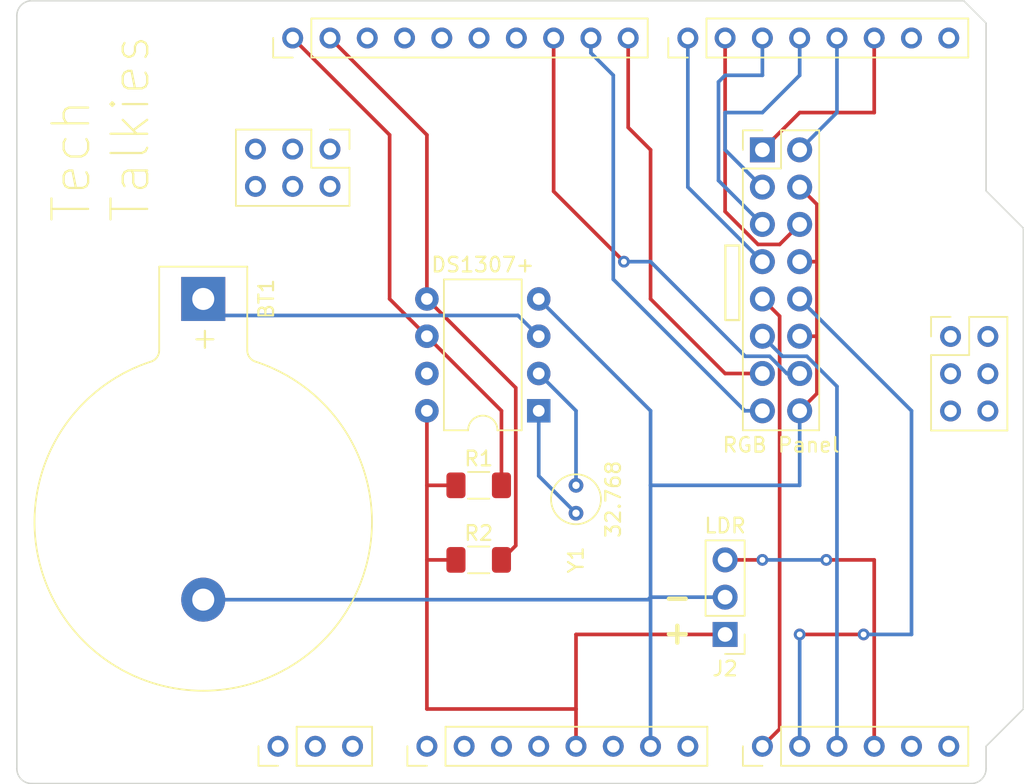
<source format=kicad_pcb>
(kicad_pcb (version 20240108) (generator "pcbnew") (generator_version "8.0")
  (title_block (title "Arduino UNO R4 Shield Template PCB") (date "2023-07-13") (rev "1.0") (company "MStackoverflow"))
  (layers (0 "F.Cu" signal) (31 "B.Cu" signal) (34 "B.Paste" user) (35 "F.Paste" user) (36 "B.SilkS" user "B.Silkscreen") (37 "F.SilkS" user "F.Silkscreen") (38 "B.Mask" user) (39 "F.Mask" user) (44 "Edge.Cuts" user))
  (net 0 "")
  (net 1 "Net-(BT1-+)")
  (net 30 "Net-(U8-X1)")
  (net 31 "Net-(U8-X2)")
  (net 35 "GND")
  (net 36 "Net-(J1-R1)")
  (net 37 "Net-(J1-Pin_2)")
  (net 38 "Net-(J1-Pin_3)")
  (net 39 "Net-(J1-Pin_5)")
  (net 40 "Net-(J1-Pin_12)")
  (net 41 "Net-(J1-Pin_7)")
  (net 42 "Net-(J1-Pin_9)")
  (net 43 "Net-(J1-Pin_10)")
  (net 44 "Net-(J1-Pin_11)")
  (net 45 "Net-(J1-Pin_13)")
  (net 46 "Net-(J1-Pin_14)")
  (net 47 "Net-(J1-Pin_15)")
  (net 48 "Net-(J2-Pin_1)")
  (net 49 "Net-(J2-Pin_3)")
  (net 50 "Net-(U6-SCL)")
  (net 51 "Net-(U6-SDA)")
  (footprint "ArduinoPinSockets:Arduino_PinSocket_1x03_P2.54mm_Vertical" (layer "F.Cu") (at 124.47499 116.84001 90)
    (property "Reference" "U1" (hide yes))
    (property "Value" "OFF" (hide yes))
    (fp_line (start -1.33 -1.33) (end 0 -1.33) (stroke (width 0.12)) (layer "F.SilkS"))
    (fp_line (start -1.33 0) (end -1.33 -1.33) (stroke (width 0.12)) (layer "F.SilkS"))
    (fp_line (start 1.33 1.27) (end 1.33 6.41) (stroke (width 0.12)) (layer "F.SilkS"))
    (fp_line (start -1.33 1.27) (end 1.33 1.27) (stroke (width 0.12)) (layer "F.SilkS"))
    (fp_line (start -1.33 1.27) (end -1.33 6.41) (stroke (width 0.12)) (layer "F.SilkS"))
    (fp_line (start -1.33 6.41) (end 1.33 6.41) (stroke (width 0.12)) (layer "F.SilkS"))
    (pad "1" thru_hole circle (at 0 0 90) (size 1.422 1.422) (drill 0.85) (layers "*.Cu" "*.Mask"))
    (pad "2" thru_hole circle (at 0 2.54 90) (size 1.422 1.422) (drill 0.85) (layers "*.Cu" "*.Mask"))
    (pad "3" thru_hole circle (at 0 5.08 90) (size 1.422 1.422) (drill 0.85) (layers "*.Cu" "*.Mask"))
  )
  (footprint "ArduinoPinSockets:Arduino_PinSocket_2x03_P2.54mm_Vertical" (layer "F.Cu") (at 170.30199 88.91501)
    (property "Reference" "U5" (hide yes))
    (property "Value" "ICSP" (hide yes))
    (fp_line (start -1.33 -1.33) (end 0 -1.33) (stroke (width 0.12)) (layer "F.SilkS"))
    (fp_line (start -1.33 0) (end -1.33 -1.33) (stroke (width 0.12)) (layer "F.SilkS"))
    (fp_line (start -1.33 1.27) (end -1.33 6.41) (stroke (width 0.12)) (layer "F.SilkS"))
    (fp_line (start -1.33 1.27) (end 1.27 1.27) (stroke (width 0.12)) (layer "F.SilkS"))
    (fp_line (start -1.33 6.41) (end 3.87 6.41) (stroke (width 0.12)) (layer "F.SilkS"))
    (fp_line (start 1.27 -1.33) (end 3.87 -1.33) (stroke (width 0.12)) (layer "F.SilkS"))
    (fp_line (start 1.27 1.27) (end 1.27 -1.33) (stroke (width 0.12)) (layer "F.SilkS"))
    (fp_line (start 3.87 -1.33) (end 3.87 6.41) (stroke (width 0.12)) (layer "F.SilkS"))
    (pad "1" thru_hole circle (at 0 0) (size 1.422 1.422) (drill 0.85) (layers "*.Cu" "*.Mask"))
    (pad "2" thru_hole circle (at 2.54 0) (size 1.422 1.422) (drill 0.85) (layers "*.Cu" "*.Mask"))
    (pad "3" thru_hole circle (at 0 2.54) (size 1.422 1.422) (drill 0.85) (layers "*.Cu" "*.Mask"))
    (pad "4" thru_hole circle (at 2.54 2.54) (size 1.422 1.422) (drill 0.85) (layers "*.Cu" "*.Mask"))
    (pad "5" thru_hole circle (at 0 5.08) (size 1.422 1.422) (drill 0.85) (layers "*.Cu" "*.Mask"))
    (pad "6" thru_hole circle (at 2.54 5.08) (size 1.422 1.422) (drill 0.85) (layers "*.Cu" "*.Mask"))
  )
  (footprint "Connector_PinHeader_2.54mm:PinHeader_2x08_P2.54mm_Vertical" (layer "F.Cu") (at 157.48 76.2)
    (property "Reference" "J1")
    (property "Value" "RGB Panel" (at 1.27 20.11 0) (layer "F.SilkS"))
    (fp_line (start -1.33 -1.33) (end 0 -1.33) (stroke (width 0.12)) (layer "F.SilkS"))
    (fp_line (start -1.33 0) (end -1.33 -1.33) (stroke (width 0.12)) (layer "F.SilkS"))
    (fp_line (start -1.33 1.27) (end -1.33 19.11) (stroke (width 0.12)) (layer "F.SilkS"))
    (fp_line (start -1.33 1.27) (end 1.27 1.27) (stroke (width 0.12)) (layer "F.SilkS"))
    (fp_line (start -1.33 19.11) (end 3.87 19.11) (stroke (width 0.12)) (layer "F.SilkS"))
    (fp_line (start 1.27 -1.33) (end 3.87 -1.33) (stroke (width 0.12)) (layer "F.SilkS"))
    (fp_line (start 1.27 1.27) (end 1.27 -1.33) (stroke (width 0.12)) (layer "F.SilkS"))
    (fp_line (start 3.87 -1.33) (end 3.87 19.11) (stroke (width 0.12)) (layer "F.SilkS"))
    (pad "1" thru_hole rect (at 0 0) (size 1.7 1.7) (drill 1) (layers "*.Cu" "*.Mask") (net 36 "Net-(J1-R1)"))
    (pad "2" thru_hole oval (at 2.54 0) (size 1.7 1.7) (drill 1) (layers "*.Cu" "*.Mask") (net 37 "Net-(J1-Pin_2)"))
    (pad "3" thru_hole oval (at 0 2.54) (size 1.7 1.7) (drill 1) (layers "*.Cu" "*.Mask") (net 38 "Net-(J1-Pin_3)"))
    (pad "4" thru_hole oval (at 2.54 2.54) (size 1.7 1.7) (drill 1) (layers "*.Cu" "*.Mask") (net 35 "GND"))
    (pad "5" thru_hole oval (at 0 5.08) (size 1.7 1.7) (drill 1) (layers "*.Cu" "*.Mask") (net 39 "Net-(J1-Pin_5)"))
    (pad "6" thru_hole oval (at 2.54 5.08) (size 1.7 1.7) (drill 1) (layers "*.Cu" "*.Mask") (net 40 "Net-(J1-Pin_12)"))
    (pad "7" thru_hole oval (at 0 7.62) (size 1.7 1.7) (drill 1) (layers "*.Cu" "*.Mask") (net 41 "Net-(J1-Pin_7)"))
    (pad "8" thru_hole oval (at 2.54 7.62) (size 1.7 1.7) (drill 1) (layers "*.Cu" "*.Mask") (net 35 "GND"))
    (pad "9" thru_hole oval (at 0 10.16) (size 1.7 1.7) (drill 1) (layers "*.Cu" "*.Mask") (net 42 "Net-(J1-Pin_9)"))
    (pad "10" thru_hole oval (at 2.54 10.16) (size 1.7 1.7) (drill 1) (layers "*.Cu" "*.Mask") (net 43 "Net-(J1-Pin_10)"))
    (pad "11" thru_hole oval (at 0 12.7) (size 1.7 1.7) (drill 1) (layers "*.Cu" "*.Mask") (net 44 "Net-(J1-Pin_11)"))
    (pad "12" thru_hole oval (at 2.54 12.7) (size 1.7 1.7) (drill 1) (layers "*.Cu" "*.Mask") (net 40 "Net-(J1-Pin_12)"))
    (pad "13" thru_hole oval (at 0 15.24) (size 1.7 1.7) (drill 1) (layers "*.Cu" "*.Mask") (net 45 "Net-(J1-Pin_13)"))
    (pad "14" thru_hole oval (at 2.54 15.24) (size 1.7 1.7) (drill 1) (layers "*.Cu" "*.Mask") (net 46 "Net-(J1-Pin_14)"))
    (pad "15" thru_hole oval (at 0 17.78) (size 1.7 1.7) (drill 1) (layers "*.Cu" "*.Mask") (net 47 "Net-(J1-Pin_15)"))
    (pad "16" thru_hole oval (at 2.54 17.78) (size 1.7 1.7) (drill 1) (layers "*.Cu" "*.Mask") (net 35 "GND"))
  )
  (footprint "Connector_PinHeader_2.54mm:PinHeader_1x03_P2.54mm_Vertical" (layer "F.Cu") (at 154.94 109.22 180)
    (property "Reference" "J2" (at 0 -2.33 0) (layer "F.SilkS"))
    (property "Value" "LDR" (at 0 7.41 0) (layer "F.SilkS"))
    (fp_line (start 1.33 1.27) (end 1.33 6.41) (stroke (width 0.12)) (layer "F.SilkS"))
    (fp_line (start -1.33 6.41) (end 1.33 6.41) (stroke (width 0.12)) (layer "F.SilkS"))
    (fp_line (start -1.33 1.27) (end 1.33 1.27) (stroke (width 0.12)) (layer "F.SilkS"))
    (fp_line (start -1.33 1.27) (end -1.33 6.41) (stroke (width 0.12)) (layer "F.SilkS"))
    (fp_line (start -1.33 0) (end -1.33 -1.33) (stroke (width 0.12)) (layer "F.SilkS"))
    (fp_line (start -1.33 -1.33) (end 0 -1.33) (stroke (width 0.12)) (layer "F.SilkS"))
    (pad "1" thru_hole rect (at 0 0 180) (size 1.7 1.7) (drill 1) (layers "*.Cu" "*.Mask") (net 48 "Net-(J2-Pin_1)"))
    (pad "2" thru_hole oval (at 0 2.54 180) (size 1.7 1.7) (drill 1) (layers "*.Cu" "*.Mask") (net 35 "GND"))
    (pad "3" thru_hole oval (at 0 5.08 180) (size 1.7 1.7) (drill 1) (layers "*.Cu" "*.Mask") (net 49 "Net-(J2-Pin_3)"))
  )
  (footprint "Resistor_SMD:R_1206_3216Metric_Pad1.30x1.75mm_HandSolder" (layer "F.Cu") (at 138.15 104.14)
    (property "Reference" "R2" (at 0 -1.82 0) (layer "F.SilkS"))
    (property "Value" "10k")
    (fp_line (start -0.727064 -0.91) (end 0.727064 -0.91) (stroke (width 0.12)) (layer "F.SilkS"))
    (fp_line (start -0.727064 0.91) (end 0.727064 0.91) (stroke (width 0.12)) (layer "F.SilkS"))
    (pad "1" smd roundrect (at -1.55 0) (size 1.3 1.75) (layers "F.Cu" "F.Paste" "F.Mask") (roundrect_rratio 0.1923076923) (net 48 "Net-(J2-Pin_1)"))
    (pad "2" smd roundrect (at 1.55 0) (size 1.3 1.75) (layers "F.Cu" "F.Paste" "F.Mask") (roundrect_rratio 0.1923076923) (net 51 "Net-(U6-SDA)"))
  )
  (footprint "Package_DIP:DIP-8_W7.62mm" (layer "F.Cu") (at 142.24 93.98 180)
    (property "Reference" "U8" (hide yes))
    (property "Value" "DS1307+" (at 3.81 9.95 0) (layer "F.SilkS"))
    (fp_line (start 6.46 8.95) (end 6.46 -1.33) (stroke (width 0.12)) (layer "F.SilkS"))
    (fp_line (start 6.46 -1.33) (end 4.81 -1.33) (stroke (width 0.12)) (layer "F.SilkS"))
    (fp_line (start 2.81 -1.33) (end 1.16 -1.33) (stroke (width 0.12)) (layer "F.SilkS"))
    (fp_line (start 1.16 8.95) (end 6.46 8.95) (stroke (width 0.12)) (layer "F.SilkS"))
    (fp_line (start 1.16 -1.33) (end 1.16 8.95) (stroke (width 0.12)) (layer "F.SilkS"))
    (fp_arc (start 4.81 -1.33) (mid 3.81 -0.33) (end 2.81 -1.33) (stroke (width 0.12)) (layer "F.SilkS"))
    (pad "1" thru_hole rect (at 0 0 180) (size 1.6 1.6) (drill 0.8) (layers "*.Cu" "*.Mask") (net 30 "Net-(U8-X1)"))
    (pad "2" thru_hole oval (at 0 2.54 180) (size 1.6 1.6) (drill 0.8) (layers "*.Cu" "*.Mask") (net 31 "Net-(U8-X2)"))
    (pad "3" thru_hole oval (at 0 5.08 180) (size 1.6 1.6) (drill 0.8) (layers "*.Cu" "*.Mask") (net 1 "Net-(BT1-+)"))
    (pad "4" thru_hole oval (at 0 7.62 180) (size 1.6 1.6) (drill 0.8) (layers "*.Cu" "*.Mask") (net 35 "GND"))
    (pad "5" thru_hole oval (at 7.62 7.62 180) (size 1.6 1.6) (drill 0.8) (layers "*.Cu" "*.Mask") (net 51 "Net-(U6-SDA)"))
    (pad "6" thru_hole oval (at 7.62 5.08 180) (size 1.6 1.6) (drill 0.8) (layers "*.Cu" "*.Mask") (net 50 "Net-(U6-SCL)"))
    (pad "7" thru_hole oval (at 7.62 2.54 180) (size 1.6 1.6) (drill 0.8) (layers "*.Cu" "*.Mask"))
    (pad "8" thru_hole oval (at 7.62 0 180) (size 1.6 1.6) (drill 0.8) (layers "*.Cu" "*.Mask") (net 48 "Net-(J2-Pin_1)"))
  )
  (footprint "Crystal:Crystal_C38-LF_D3.0mm_L8.0mm_Vertical" (layer "F.Cu") (at 144.78 99.06 -90)
    (property "Reference" "Y1" (at 5.08 0 90) (layer "F.SilkS"))
    (property "Value" "32.768" (at 0.95 -2.54 90) (layer "F.SilkS"))
    (fp_arc (start -0.75 0) (mid 0.95 -1.7) (end 2.65 0) (stroke (width 0.12)) (layer "F.SilkS"))
    (fp_arc (start 2.65 0) (mid 0.95 1.7) (end -0.75 0) (stroke (width 0.12)) (layer "F.SilkS"))
    (pad "1" thru_hole circle (at 0 0 270) (size 1 1) (drill 0.5) (layers "*.Cu" "*.Mask") (net 31 "Net-(U8-X2)"))
    (pad "2" thru_hole circle (at 1.9 0 270) (size 1 1) (drill 0.5) (layers "*.Cu" "*.Mask") (net 30 "Net-(U8-X1)"))
  )
  (footprint "Resistor_SMD:R_1206_3216Metric_Pad1.30x1.75mm_HandSolder" (layer "F.Cu") (at 138.15 99.06)
    (property "Reference" "R1" (at 0 -1.82 0) (layer "F.SilkS"))
    (property "Value" "10k")
    (fp_line (start -0.727064 -0.91) (end 0.727064 -0.91) (stroke (width 0.12)) (layer "F.SilkS"))
    (fp_line (start -0.727064 0.91) (end 0.727064 0.91) (stroke (width 0.12)) (layer "F.SilkS"))
    (pad "1" smd roundrect (at -1.55 0) (size 1.3 1.75) (layers "F.Cu" "F.Paste" "F.Mask") (roundrect_rratio 0.1923076923) (net 48 "Net-(J2-Pin_1)"))
    (pad "2" smd roundrect (at 1.55 0) (size 1.3 1.75) (layers "F.Cu" "F.Paste" "F.Mask") (roundrect_rratio 0.1923076923) (net 50 "Net-(U6-SCL)"))
  )
  (footprint "ArduinoMountingHoles:Arduino_MountingHole" (layer "F.Cu") (at 172.72 83.82001)
    (property "Reference" "H1" (hide yes))
    (property "Value" "MountingHole1" (hide yes))
    (pad "" np_thru_hole circle (at 0 0) (size 3.19989 3.19989) (drill 3.19989) (layers "F&B.Cu" "*.Mask"))
  )
  (footprint "ArduinoPinSockets:Arduino_PinSocket_1x08_P2.54mm_Vertical" (layer "F.Cu") (at 152.39999 68.58001 90)
    (property "Reference" "U7" (hide yes))
    (property "Value" "Digital_2" (hide yes))
    (fp_line (start -1.33 -1.33) (end 0 -1.33) (stroke (width 0.12)) (layer "F.SilkS"))
    (fp_line (start -1.33 0) (end -1.33 -1.33) (stroke (width 0.12)) (layer "F.SilkS"))
    (fp_line (start 1.33 1.27) (end 1.33 19.11) (stroke (width 0.12)) (layer "F.SilkS"))
    (fp_line (start -1.33 1.27) (end 1.33 1.27) (stroke (width 0.12)) (layer "F.SilkS"))
    (fp_line (start -1.33 1.27) (end -1.33 19.11) (stroke (width 0.12)) (layer "F.SilkS"))
    (fp_line (start -1.33 19.11) (end 1.33 19.11) (stroke (width 0.12)) (layer "F.SilkS"))
    (pad "11" thru_hole circle (at 0 0 90) (size 1.422 1.422) (drill 0.85) (layers "*.Cu" "*.Mask") (net 41 "Net-(J1-Pin_7)"))
    (pad "12" thru_hole circle (at 0 2.54 90) (size 1.422 1.422) (drill 0.85) (layers "*.Cu" "*.Mask") (net 40 "Net-(J1-Pin_12)"))
    (pad "13" thru_hole circle (at 0 5.08 90) (size 1.422 1.422) (drill 0.85) (layers "*.Cu" "*.Mask") (net 39 "Net-(J1-Pin_5)"))
    (pad "14" thru_hole circle (at 0 7.62 90) (size 1.422 1.422) (drill 0.85) (layers "*.Cu" "*.Mask") (net 38 "Net-(J1-Pin_3)"))
    (pad "15" thru_hole circle (at 0 10.16 90) (size 1.422 1.422) (drill 0.85) (layers "*.Cu" "*.Mask") (net 37 "Net-(J1-Pin_2)"))
    (pad "16" thru_hole circle (at 0 12.7 90) (size 1.422 1.422) (drill 0.85) (layers "*.Cu" "*.Mask") (net 36 "Net-(J1-R1)"))
    (pad "17" thru_hole circle (at 0 15.24 90) (size 1.422 1.422) (drill 0.85) (layers "*.Cu" "*.Mask"))
    (pad "18" thru_hole circle (at 0 17.78 90) (size 1.422 1.422) (drill 0.85) (layers "*.Cu" "*.Mask"))
  )
  (footprint "ArduinoPinSockets:Arduino_PinSocket_1x10_P2.54mm_Vertical" (layer "F.Cu") (at 125.476 68.58 90)
    (property "Reference" "U6" (hide yes))
    (property "Value" "Digital_1" (hide yes))
    (fp_line (start -1.33 -1.33) (end 0 -1.33) (stroke (width 0.12)) (layer "F.SilkS"))
    (fp_line (start -1.33 0) (end -1.33 -1.33) (stroke (width 0.12)) (layer "F.SilkS"))
    (fp_line (start 1.33 1.27) (end 1.33 24.19) (stroke (width 0.12)) (layer "F.SilkS"))
    (fp_line (start -1.33 1.27) (end 1.33 1.27) (stroke (width 0.12)) (layer "F.SilkS"))
    (fp_line (start -1.33 1.27) (end -1.33 24.19) (stroke (width 0.12)) (layer "F.SilkS"))
    (fp_line (start -1.33 24.19) (end 1.33 24.19) (stroke (width 0.12)) (layer "F.SilkS"))
    (pad "1" thru_hole circle (at 0 0 90) (size 1.422 1.422) (drill 0.85) (layers "*.Cu" "*.Mask") (net 50 "Net-(U6-SCL)"))
    (pad "2" thru_hole circle (at 0 2.54 90) (size 1.422 1.422) (drill 0.85) (layers "*.Cu" "*.Mask") (net 51 "Net-(U6-SDA)"))
    (pad "3" thru_hole circle (at 0 5.08 90) (size 1.422 1.422) (drill 0.85) (layers "*.Cu" "*.Mask"))
    (pad "4" thru_hole circle (at 0 7.62 90) (size 1.422 1.422) (drill 0.85) (layers "*.Cu" "*.Mask"))
    (pad "5" thru_hole circle (at 0 10.16 90) (size 1.422 1.422) (drill 0.85) (layers "*.Cu" "*.Mask"))
    (pad "6" thru_hole circle (at 0 12.7 90) (size 1.422 1.422) (drill 0.85) (layers "*.Cu" "*.Mask"))
    (pad "7" thru_hole circle (at 0 15.24 90) (size 1.422 1.422) (drill 0.85) (layers "*.Cu" "*.Mask"))
    (pad "8" thru_hole circle (at 0 17.78 90) (size 1.422 1.422) (drill 0.85) (layers "*.Cu" "*.Mask") (net 46 "Net-(J1-Pin_14)"))
    (pad "9" thru_hole circle (at 0 20.32 90) (size 1.422 1.422) (drill 0.85) (layers "*.Cu" "*.Mask") (net 47 "Net-(J1-Pin_15)"))
    (pad "10" thru_hole circle (at 0 22.86 90) (size 1.422 1.422) (drill 0.85) (layers "*.Cu" "*.Mask") (net 45 "Net-(J1-Pin_13)"))
  )
  (footprint "ArduinoMountingHoles:Arduino_MountingHole" (layer "F.Cu") (at 120.65 116.84)
    (property "Reference" "H4" (hide yes))
    (property "Value" "MountingHole4" (hide yes))
    (pad "" np_thru_hole circle (at 0 0) (size 3.19989 3.19989) (drill 3.19989) (layers "F&B.Cu" "*.Mask"))
  )
  (footprint "ArduinoPinSockets:Arduino_PinSocket_1x06_P2.54mm_Vertical" (layer "F.Cu") (at 157.48 116.84 90)
    (property "Reference" "U3" (hide yes))
    (property "Value" "Analog_2" (hide yes))
    (fp_line (start -1.33 -1.33) (end 0 -1.33) (stroke (width 0.12)) (layer "F.SilkS"))
    (fp_line (start -1.33 0) (end -1.33 -1.33) (stroke (width 0.12)) (layer "F.SilkS"))
    (fp_line (start 1.33 1.27) (end 1.33 14.03) (stroke (width 0.12)) (layer "F.SilkS"))
    (fp_line (start -1.33 1.27) (end 1.33 1.27) (stroke (width 0.12)) (layer "F.SilkS"))
    (fp_line (start -1.33 1.27) (end -1.33 14.03) (stroke (width 0.12)) (layer "F.SilkS"))
    (fp_line (start -1.33 14.03) (end 1.33 14.03) (stroke (width 0.12)) (layer "F.SilkS"))
    (pad "9" thru_hole circle (at 0 0 90) (size 1.422 1.422) (drill 0.85) (layers "*.Cu" "*.Mask") (net 42 "Net-(J1-Pin_9)"))
    (pad "10" thru_hole circle (at 0 2.54 90) (size 1.422 1.422) (drill 0.85) (layers "*.Cu" "*.Mask") (net 43 "Net-(J1-Pin_10)"))
    (pad "11" thru_hole circle (at 0 5.08 90) (size 1.422 1.422) (drill 0.85) (layers "*.Cu" "*.Mask") (net 44 "Net-(J1-Pin_11)"))
    (pad "12" thru_hole circle (at 0 7.62 90) (size 1.422 1.422) (drill 0.85) (layers "*.Cu" "*.Mask") (net 49 "Net-(J2-Pin_3)"))
    (pad "13" thru_hole circle (at 0 10.16 90) (size 1.422 1.422) (drill 0.85) (layers "*.Cu" "*.Mask"))
    (pad "14" thru_hole circle (at 0 12.7 90) (size 1.422 1.422) (drill 0.85) (layers "*.Cu" "*.Mask"))
  )
  (footprint "ArduinoPinSockets:Arduino_PinSocket_1x08_P2.54mm_Vertical" (layer "F.Cu") (at 134.62 116.84 90)
    (property "Reference" "U2" (hide yes))
    (property "Value" "Analog_1" (hide yes))
    (fp_line (start -1.33 -1.33) (end 0 -1.33) (stroke (width 0.12)) (layer "F.SilkS"))
    (fp_line (start -1.33 0) (end -1.33 -1.33) (stroke (width 0.12)) (layer "F.SilkS"))
    (fp_line (start 1.33 1.27) (end 1.33 19.11) (stroke (width 0.12)) (layer "F.SilkS"))
    (fp_line (start -1.33 1.27) (end 1.33 1.27) (stroke (width 0.12)) (layer "F.SilkS"))
    (fp_line (start -1.33 1.27) (end -1.33 19.11) (stroke (width 0.12)) (layer "F.SilkS"))
    (fp_line (start -1.33 19.11) (end 1.33 19.11) (stroke (width 0.12)) (layer "F.SilkS"))
    (pad "1" thru_hole circle (at 0 0 90) (size 1.422 1.422) (drill 0.85) (layers "*.Cu" "*.Mask"))
    (pad "2" thru_hole circle (at 0 2.54 90) (size 1.422 1.422) (drill 0.85) (layers "*.Cu" "*.Mask"))
    (pad "3" thru_hole circle (at 0 5.08 90) (size 1.422 1.422) (drill 0.85) (layers "*.Cu" "*.Mask"))
    (pad "4" thru_hole circle (at 0 7.62 90) (size 1.422 1.422) (drill 0.85) (layers "*.Cu" "*.Mask"))
    (pad "5" thru_hole circle (at 0 10.16 90) (size 1.422 1.422) (drill 0.85) (layers "*.Cu" "*.Mask") (net 48 "Net-(J2-Pin_1)"))
    (pad "6" thru_hole circle (at 0 12.7 90) (size 1.422 1.422) (drill 0.85) (layers "*.Cu" "*.Mask"))
    (pad "7" thru_hole circle (at 0 15.24 90) (size 1.422 1.422) (drill 0.85) (layers "*.Cu" "*.Mask") (net 35 "GND"))
    (pad "8" thru_hole circle (at 0 17.78 90) (size 1.422 1.422) (drill 0.85) (layers "*.Cu" "*.Mask"))
  )
  (footprint "Battery:BatteryHolder_Keystone_103_1x20mm" (layer "F.Cu") (at 119.38 86.36 -90)
    (property "Reference" "BT1" (at 0 -4.3 90) (layer "F.SilkS"))
    (property "Value" "Battery_Cell")
    (fp_line (start -2.2 3) (end 3.5 3) (stroke (width 0.12)) (layer "F.SilkS"))
    (fp_line (start -2.2 3) (end -2.2 -3) (stroke (width 0.12)) (layer "F.SilkS"))
    (fp_line (start -2.2 -3) (end 3.5 -3) (stroke (width 0.12)) (layer "F.SilkS"))
    (fp_arc (start 3.5 3) (mid 3.950694 3.136459) (end 4.25 3.5) (stroke (width 0.12)) (layer "F.SilkS"))
    (fp_arc (start 26.695671 0) (mid 16.971103 11.358466) (end 4.25 3.5) (stroke (width 0.12)) (layer "F.SilkS"))
    (fp_arc (start 4.25 -3.5) (mid 16.971103 -11.358466) (end 26.695671 0) (stroke (width 0.12)) (layer "F.SilkS"))
    (fp_arc (start 4.25 -3.5) (mid 3.950694 -3.136459) (end 3.5 -3) (stroke (width 0.12)) (layer "F.SilkS"))
    (fp_text user "+" (at 2.75 0 90) (layer "F.SilkS") (effects (font (size 1.5 1.5))))
    (pad "1" thru_hole rect (at 0 0 270) (size 3 3) (drill 1.5) (layers "*.Cu" "*.Mask") (net 1 "Net-(BT1-+)"))
    (pad "2" thru_hole circle (at 20.49 0 270) (size 3 3) (drill 1.5) (layers "*.Cu" "*.Mask") (net 35 "GND"))
  )
  (footprint "ArduinoMountingHoles:Arduino_MountingHole" (layer "F.Cu") (at 121.91999 68.58001)
    (property "Reference" "H2" (hide yes))
    (property "Value" "MountingHole2" (hide yes))
    (pad "" np_thru_hole circle (at 0 0) (size 3.19989 3.19989) (drill 3.19989) (layers "F&B.Cu" "*.Mask"))
  )
  (footprint "ArduinoPinSockets:Arduino_PinSocket_2x03_P2.54mm_Vertical" (layer "F.Cu") (at 128.016 76.1492 -90)
    (property "Reference" "U4" (hide yes))
    (property "Value" "ESP32-S3" (hide yes))
    (fp_line (start -1.33 6.41) (end 3.87 6.41) (stroke (width 0.12)) (layer "F.SilkS"))
    (fp_line (start -1.33 1.27) (end -1.33 6.41) (stroke (width 0.12)) (layer "F.SilkS"))
    (fp_line (start -1.33 1.27) (end 1.27 1.27) (stroke (width 0.12)) (layer "F.SilkS"))
    (fp_line (start 1.27 1.27) (end 1.27 -1.33) (stroke (width 0.12)) (layer "F.SilkS"))
    (fp_line (start -1.33 0) (end -1.33 -1.33) (stroke (width 0.12)) (layer "F.SilkS"))
    (fp_line (start -1.33 -1.33) (end 0 -1.33) (stroke (width 0.12)) (layer "F.SilkS"))
    (fp_line (start 1.27 -1.33) (end 3.87 -1.33) (stroke (width 0.12)) (layer "F.SilkS"))
    (fp_line (start 3.87 -1.33) (end 3.87 6.41) (stroke (width 0.12)) (layer "F.SilkS"))
    (pad "1" thru_hole circle (at 0 0 270) (size 1.422 1.422) (drill 0.85) (layers "*.Cu" "*.Mask"))
    (pad "2" thru_hole circle (at 2.54 0 270) (size 1.422 1.422) (drill 0.85) (layers "*.Cu" "*.Mask"))
    (pad "3" thru_hole circle (at 0 2.54 270) (size 1.422 1.422) (drill 0.85) (layers "*.Cu" "*.Mask"))
    (pad "4" thru_hole circle (at 2.54 2.54 270) (size 1.422 1.422) (drill 0.85) (layers "*.Cu" "*.Mask"))
    (pad "5" thru_hole circle (at 0 5.08 270) (size 1.422 1.422) (drill 0.85) (layers "*.Cu" "*.Mask"))
    (pad "6" thru_hole circle (at 2.54 5.08 270) (size 1.422 1.422) (drill 0.85) (layers "*.Cu" "*.Mask"))
  )
  (footprint "ArduinoMountingHoles:Arduino_MountingHole" (layer "F.Cu") (at 172.72 111.76)
    (property "Reference" "H3" (hide yes))
    (property "Value" "MountingHole3" (hide yes))
    (pad "" np_thru_hole circle (at 0 0) (size 3.19989 3.19989) (drill 3.19989) (layers "F&B.Cu" "*.Mask"))
  )
  (gr_rect (start 154.95815 82.719789) (end 155.908934 87.799789) (stroke (width 0.15)) (fill none) (layer "F.SilkS"))
  (gr_line (start 171.196 66.04) (end 172.72 67.564) (stroke (width 0.1)) (layer "Edge.Cuts"))
  (gr_arc (start 107.696 119.38) (mid 106.97758 119.08242) (end 106.68 118.364) (stroke (width 0.1)) (layer "Edge.Cuts"))
  (gr_line (start 172.72 78.994) (end 175.26 81.534) (stroke (width 0.1)) (layer "Edge.Cuts"))
  (gr_arc (start 172.72 118.364) (mid 172.42242 119.08242) (end 171.704 119.38) (stroke (width 0.1)) (layer "Edge.Cuts"))
  (gr_line (start 175.26 81.534) (end 175.26 114.3) (stroke (width 0.1)) (layer "Edge.Cuts"))
  (gr_line (start 171.704 119.38) (end 107.696 119.38) (stroke (width 0.1)) (layer "Edge.Cuts"))
  (gr_line (start 175.26 114.3) (end 172.72 116.84) (stroke (width 0.1)) (layer "Edge.Cuts"))
  (gr_line (start 172.72 67.564) (end 172.72 78.994) (stroke (width 0.1)) (layer "Edge.Cuts"))
  (gr_arc (start 106.68 67.056) (mid 106.97758 66.33758) (end 107.696 66.04) (stroke (width 0.1)) (layer "Edge.Cuts"))
  (gr_line (start 172.72 116.84) (end 172.72 118.364) (stroke (width 0.1)) (layer "Edge.Cuts"))
  (gr_line (start 107.696 66.04) (end 171.196 66.04) (stroke (width 0.1)) (layer "Edge.Cuts"))
  (gr_line (start 106.68 118.364) (end 106.68 67.056) (stroke (width 0.1)) (layer "Edge.Cuts"))
  (gr_text "Tech\nTalkies" (at 115.875175 81.275619 90) (layer "F.SilkS") (effects (font (size 2.5 2.5)) (justify left bottom)))
  (gr_text "-\n+" (at 150.556678 109.974297 0) (layer "F.SilkS") (effects (font (size 1.5 1.5) (thickness 0.3) (bold yes)) (justify left bottom)))
  (segment (start 120.505 87.485) (end 140.825 87.485) (width 0.25) (layer "B.Cu") (net 1))
  (segment (start 119.38 86.36) (end 120.505 87.485) (width 0.25) (layer "B.Cu") (net 1))
  (segment (start 140.825 87.485) (end 142.24 88.9) (width 0.25) (layer "B.Cu") (net 1))
  (segment (start 142.24 98.42) (end 144.78 100.96) (width 0.25) (layer "B.Cu") (net 30))
  (segment (start 142.24 93.98) (end 142.24 98.42) (width 0.25) (layer "B.Cu") (net 30))
  (segment (start 144.78 93.98) (end 144.78 99.06) (width 0.25) (layer "B.Cu") (net 31))
  (segment (start 142.24 91.44) (end 144.78 93.98) (width 0.25) (layer "B.Cu") (net 31))
  (segment (start 160.02 93.98) (end 161.195 92.805) (width 0.25) (layer "F.Cu") (net 35))
  (segment (start 161.195 88.9) (end 161.195 83.82) (width 0.25) (layer "F.Cu") (net 35))
  (segment (start 161.195 92.805) (end 161.195 88.9) (width 0.25) (layer "F.Cu") (net 35))
  (segment (start 161.195 83.82) (end 161.195 79.915) (width 0.25) (layer "F.Cu") (net 35))
  (segment (start 160.02 88.9) (end 161.195 88.9) (width 0.25) (layer "F.Cu") (net 35))
  (segment (start 160.02 83.82) (end 161.195 83.82) (width 0.25) (layer "F.Cu") (net 35))
  (segment (start 161.195 79.915) (end 160.02 78.74) (width 0.25) (layer "F.Cu") (net 35))
  (segment (start 160.02 99.06) (end 149.86 99.06) (width 0.25) (layer "B.Cu") (net 35))
  (segment (start 149.86 99.06) (end 149.86 93.98) (width 0.25) (layer "B.Cu") (net 35))
  (segment (start 160.02 93.98) (end 160.02 99.06) (width 0.25) (layer "B.Cu") (net 35))
  (segment (start 149.69 106.85) (end 149.86 106.68) (width 0.25) (layer "B.Cu") (net 35))
  (segment (start 154.94 106.68) (end 149.86 106.68) (width 0.25) (layer "B.Cu") (net 35))
  (segment (start 119.38 106.85) (end 149.69 106.85) (width 0.25) (layer "B.Cu") (net 35))
  (segment (start 149.86 93.98) (end 142.24 86.36) (width 0.25) (layer "B.Cu") (net 35))
  (segment (start 149.86 99.06) (end 149.86 106.68) (width 0.25) (layer "B.Cu") (net 35))
  (segment (start 149.86 106.68) (end 149.86 116.84) (width 0.25) (layer "B.Cu") (net 35))
  (segment (start 157.48 76.2) (end 160.02 73.66) (width 0.25) (layer "F.Cu") (net 36))
  (segment (start 165.09999 73.65999) (end 165.09999 68.58001) (width 0.25) (layer "F.Cu") (net 36))
  (segment (start 165.1 73.66) (end 165.09999 73.65999) (width 0.25) (layer "F.Cu") (net 36))
  (segment (start 160.02 73.66) (end 165.1 73.66) (width 0.25) (layer "F.Cu") (net 36))
  (segment (start 160.02 76.2) (end 162.55999 73.66001) (width 0.25) (layer "B.Cu") (net 37))
  (segment (start 162.55999 73.66001) (end 162.55999 68.58001) (width 0.25) (layer "B.Cu") (net 37))
  (segment (start 154.94 73.66) (end 157.48 73.66) (width 0.25) (layer "B.Cu") (net 38))
  (segment (start 157.48 78.74) (end 154.94 76.2) (width 0.25) (layer "B.Cu") (net 38))
  (segment (start 157.48 73.66) (end 160.02 71.12) (width 0.25) (layer "B.Cu") (net 38))
  (segment (start 160.02 71.12) (end 160.01999 71.11999) (width 0.25) (layer "B.Cu") (net 38))
  (segment (start 160.01999 71.11999) (end 160.01999 68.58001) (width 0.25) (layer "B.Cu") (net 38))
  (segment (start 154.94 76.2) (end 154.94 73.66) (width 0.25) (layer "B.Cu") (net 38))
  (segment (start 157.47999 71.11999) (end 157.47999 68.58001) (width 0.25) (layer "B.Cu") (net 39))
  (segment (start 157.48 71.12) (end 157.47999 71.11999) (width 0.25) (layer "B.Cu") (net 39))
  (segment (start 157.48 81.28) (end 154.49 78.29) (width 0.25) (layer "B.Cu") (net 39))
  (segment (start 154.49 78.29) (end 154.49 71.57) (width 0.25) (layer "B.Cu") (net 39))
  (segment (start 154.49 71.57) (end 154.94 71.12) (width 0.25) (layer "B.Cu") (net 39))
  (segment (start 154.94 71.12) (end 157.48 71.12) (width 0.25) (layer "B.Cu") (net 39))
  (segment (start 158.655 82.645) (end 157.183299 82.645) (width 0.25) (layer "F.Cu") (net 40))
  (segment (start 160.02 81.28) (end 158.655 82.645) (width 0.25) (layer "F.Cu") (net 40))
  (segment (start 154.93999 80.401691) (end 154.93999 68.58001) (width 0.25) (layer "F.Cu") (net 40))
  (segment (start 157.183299 82.645) (end 154.93999 80.401691) (width 0.25) (layer "F.Cu") (net 40))
  (segment (start 157.48 83.82) (end 152.39999 78.73999) (width 0.25) (layer "B.Cu") (net 41))
  (segment (start 152.39999 78.73999) (end 152.39999 68.58001) (width 0.25) (layer "B.Cu") (net 41))
  (segment (start 157.48 86.36) (end 158.655 87.535) (width 0.25) (layer "F.Cu") (net 42))
  (segment (start 158.655 87.535) (end 158.655 115.665) (width 0.25) (layer "F.Cu") (net 42))
  (segment (start 158.655 115.665) (end 157.48 116.84) (width 0.25) (layer "F.Cu") (net 42))
  (segment (start 160.02 109.22) (end 164.375 109.22) (width 0.25) (layer "F.Cu") (net 43))
  (via (at 164.375 109.22) (size 0.8) (drill 0.4) (layers "F.Cu" "B.Cu") (net 43))
  (via (at 160.02 109.22) (size 0.8) (drill 0.4) (layers "F.Cu" "B.Cu") (net 43))
  (segment (start 167.64 109.22) (end 167.64 93.98) (width 0.25) (layer "B.Cu") (net 43))
  (segment (start 160.02 116.84) (end 160.02 109.22) (width 0.25) (layer "B.Cu") (net 43))
  (segment (start 167.64 93.98) (end 160.02 86.36) (width 0.25) (layer "B.Cu") (net 43))
  (segment (start 164.375 109.22) (end 167.64 109.22) (width 0.25) (layer "B.Cu") (net 43))
  (segment (start 162.56 92.318299) (end 162.56 116.84) (width 0.25) (layer "B.Cu") (net 44))
  (segment (start 158.845 90.265) (end 160.506701 90.265) (width 0.25) (layer "B.Cu") (net 44))
  (segment (start 157.48 88.9) (end 158.845 90.265) (width 0.25) (layer "B.Cu") (net 44))
  (segment (start 160.506701 90.265) (end 162.56 92.318299) (width 0.25) (layer "B.Cu") (net 44))
  (segment (start 154.94 91.44) (end 149.86 86.36) (width 0.25) (layer "F.Cu") (net 45))
  (segment (start 157.48 91.44) (end 154.94 91.44) (width 0.25) (layer "F.Cu") (net 45))
  (segment (start 149.86 76.2) (end 148.336 74.676) (width 0.25) (layer "F.Cu") (net 45))
  (segment (start 149.86 86.36) (end 149.86 76.2) (width 0.25) (layer "F.Cu") (net 45))
  (segment (start 148.336 74.676) (end 148.336 68.58) (width 0.25) (layer "F.Cu") (net 45))
  (segment (start 143.256 79.031) (end 143.256 68.58) (width 0.25) (layer "F.Cu") (net 46))
  (segment (start 148.045 83.82) (end 143.256 79.031) (width 0.25) (layer "F.Cu") (net 46))
  (via (at 148.045 83.82) (size 0.8) (drill 0.4) (layers "F.Cu" "B.Cu") (net 46))
  (segment (start 159.141701 91.44) (end 157.966701 90.265) (width 0.25) (layer "B.Cu") (net 46))
  (segment (start 157.966701 90.265) (end 156.305 90.265) (width 0.25) (layer "B.Cu") (net 46))
  (segment (start 149.86 83.82) (end 148.045 83.82) (width 0.25) (layer "B.Cu") (net 46))
  (segment (start 156.305 90.265) (end 149.86 83.82) (width 0.25) (layer "B.Cu") (net 46))
  (segment (start 160.02 91.44) (end 159.141701 91.44) (width 0.25) (layer "B.Cu") (net 46))
  (segment (start 147.32 85.022081) (end 147.32 71.12) (width 0.25) (layer "B.Cu") (net 47))
  (segment (start 156.277919 93.98) (end 147.32 85.022081) (width 0.25) (layer "B.Cu") (net 47))
  (segment (start 157.48 93.98) (end 156.277919 93.98) (width 0.25) (layer "B.Cu") (net 47))
  (segment (start 147.32 71.12) (end 145.796 69.596) (width 0.25) (layer "B.Cu") (net 47))
  (segment (start 145.796 69.596) (end 145.796 68.58) (width 0.25) (layer "B.Cu") (net 47))
  (segment (start 136.6 99.06) (end 134.62 99.06) (width 0.25) (layer "F.Cu") (net 48))
  (segment (start 134.62 93.98) (end 134.62 99.06) (width 0.25) (layer "F.Cu") (net 48))
  (segment (start 134.62 99.06) (end 134.62 114.3) (width 0.25) (layer "F.Cu") (net 48))
  (segment (start 134.62 114.3) (end 144.78 114.3) (width 0.25) (layer "F.Cu") (net 48))
  (segment (start 144.78 109.22) (end 144.78 114.3) (width 0.25) (layer "F.Cu") (net 48))
  (segment (start 136.6 104.14) (end 134.62 104.14) (width 0.25) (layer "F.Cu") (net 48))
  (segment (start 154.94 109.22) (end 144.78 109.22) (width 0.25) (layer "F.Cu") (net 48))
  (segment (start 144.78 114.3) (end 144.78 116.84) (width 0.25) (layer "F.Cu") (net 48))
  (segment (start 154.94 104.14) (end 157.48 104.14) (width 0.25) (layer "F.Cu") (net 49))
  (segment (start 161.835 104.14) (end 165.1 104.14) (width 0.25) (layer "F.Cu") (net 49))
  (segment (start 165.1 104.14) (end 165.1 116.84) (width 0.25) (layer "F.Cu") (net 49))
  (via (at 161.835 104.14) (size 0.8) (drill 0.4) (layers "F.Cu" "B.Cu") (net 49))
  (via (at 157.48 104.14) (size 0.8) (drill 0.4) (layers "F.Cu" "B.Cu") (net 49))
  (segment (start 157.48 104.14) (end 161.835 104.14) (width 0.25) (layer "B.Cu") (net 49))
  (segment (start 139.7 99.06) (end 139.7 93.98) (width 0.25) (layer "F.Cu") (net 50))
  (segment (start 132.08 86.36) (end 132.08 75.184) (width 0.25) (layer "F.Cu") (net 50))
  (segment (start 134.62 88.9) (end 132.08 86.36) (width 0.25) (layer "F.Cu") (net 50))
  (segment (start 132.08 75.184) (end 125.476 68.58) (width 0.25) (layer "F.Cu") (net 50))
  (segment (start 139.7 93.98) (end 134.62 88.9) (width 0.25) (layer "F.Cu") (net 50))
  (segment (start 134.62 75.184) (end 128.016 68.58) (width 0.25) (layer "F.Cu") (net 51))
  (segment (start 140.675 92.415) (end 134.62 86.36) (width 0.25) (layer "F.Cu") (net 51))
  (segment (start 139.7 104.14) (end 140.675 103.165) (width 0.25) (layer "F.Cu") (net 51))
  (segment (start 134.62 86.36) (end 134.62 75.184) (width 0.25) (layer "F.Cu") (net 51))
  (segment (start 140.675 103.165) (end 140.675 92.415) (width 0.25) (layer "F.Cu") (net 51))
)
</source>
